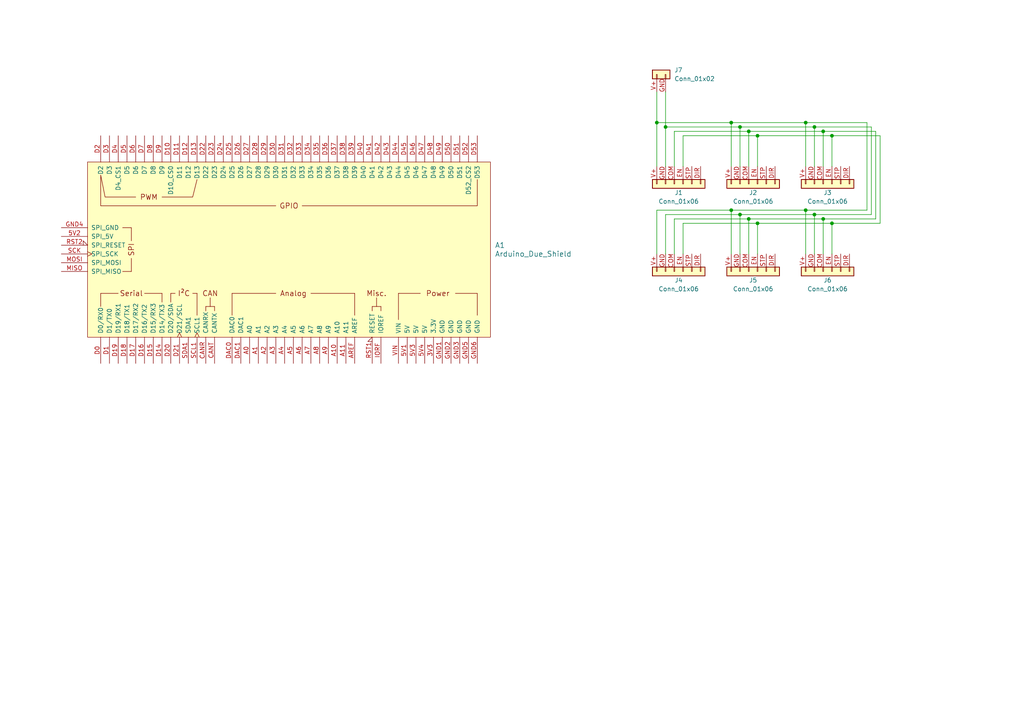
<source format=kicad_sch>
(kicad_sch (version 20230121) (generator eeschema)
  (paper "A4")
  (lib_symbols
    (symbol "Connector_Generic:Conn_01x02" (pin_names (offset 1.016) hide)
      (property "Reference" "J7" (at 1.27 -5.08 90))
      (property "Value" "Conn_01x02" (at -1.27 -5.08 90))
      (symbol "Conn_01x02_1_1"
        (rectangle (start -1.27 -2.413) (end 0 -2.667) (stroke (width 0.1524)))
        (rectangle (start -1.27 0.127) (end 0 -0.127) (stroke (width 0.1524)))
        (rectangle (start -1.27 1.27) (end 1.27 -3.81) (stroke (width 0.254)) (fill (type background)))
        (pin passive line (at -5.08 -2.54 0) (length 3.81) (name "GND") (number "GND"))
        (pin passive line (at -5.08 0 0) (length 3.81) (name "V+") (number "V+"))
      )
    )
    (symbol "Connector_Generic:Conn_01x06" (pin_names (offset 1.016) hide)
      (property "Reference" "J1" (at 2.54 -1.27 90))
      (property "Value" "Conn_01x06" (at 5.08 -1.27 90))
      (symbol "Conn_01x06_1_1"
        (rectangle (start -1.27 -7.493) (end 0 -7.747) (stroke (width 0.1524)))
        (rectangle (start -1.27 -4.953) (end 0 -5.207) (stroke (width 0.1524)))
        (rectangle (start -1.27 -2.413) (end 0 -2.667) (stroke (width 0.1524)))
        (rectangle (start -1.27 0.127) (end 0 -0.127) (stroke (width 0.1524)))
        (rectangle (start -1.27 2.667) (end 0 2.413) (stroke (width 0.1524)))
        (rectangle (start -1.27 5.207) (end 0 4.953) (stroke (width 0.1524)))
        (rectangle (start -1.27 6.35) (end 1.27 -8.89) (stroke (width 0.254)) (fill (type background)))
        (pin passive line (at -5.08 -2.54 0) (length 3.81) (name "COM") (number "COM"))
        (pin passive line (at -5.08 5.08 0) (length 3.81) (name "DIR") (number "DIR"))
        (pin passive line (at -5.08 0 0) (length 3.81) (name "EN") (number "EN"))
        (pin passive line (at -5.08 -5.08 0) (length 3.81) (name "GND") (number "GND"))
        (pin passive line (at -5.08 2.54 0) (length 3.81) (name "STP") (number "STP"))
        (pin passive line (at -5.08 -7.62 0) (length 3.81) (name "V+") (number "V+"))
      )
    )
    (symbol "arduino-library:Arduino_Due_Shield" (pin_names (offset 1.016))
      (property "Reference" "A" (at 0 -62.23 0))
      (property "Value" "Arduino_Due_Shield" (at 0 -66.04 0))
      (symbol "Arduino_Due_Shield_0_0"
        (rectangle (start -25.4 -58.42) (end 25.4 58.42) (fill (type background)))
        (rectangle (start -20.32 -31.75) (end -12.7 -31.75))
        (rectangle (start -19.05 -54.61) (end -12.7 -54.61))
        (rectangle (start -19.05 -19.05) (end -12.7 -19.05))
        (rectangle (start -19.05 16.51) (end -12.7 16.51))
        (rectangle (start -19.05 26.67) (end -12.7 26.67))
        (rectangle (start -17.78 -26.67) (end -16.51 -26.67))
        (rectangle (start -17.78 -24.13) (end -16.51 -24.13))
        (rectangle (start -17.78 21.59) (end -16.51 21.59))
        (rectangle (start -17.78 24.13) (end -16.51 24.13))
        (rectangle (start -16.51 -25.4) (end -13.97 -25.4))
        (rectangle (start -16.51 -24.13) (end -16.51 -26.67))
        (rectangle (start -16.51 22.86) (end -13.97 22.86))
        (rectangle (start -16.51 24.13) (end -16.51 21.59))
        (rectangle (start -16.51 54.61) (end -12.7 54.61))
        (rectangle (start -15.24 34.29) (end -12.7 34.29))
        (rectangle (start -15.24 36.83) (end -12.7 36.83))
        (rectangle (start -12.7 -54.61) (end -12.7 -48.26))
        (rectangle (start -12.7 -31.75) (end -12.7 -38.1))
        (rectangle (start -12.7 -6.35) (end -12.7 -19.05))
        (rectangle (start -12.7 16.51) (end -12.7 3.81))
        (rectangle (start -12.7 26.67) (end -12.7 27.94))
        (rectangle (start -12.7 34.29) (end -12.7 33.02))
        (rectangle (start -12.7 41.91) (end -12.7 36.83))
        (rectangle (start -12.7 49.53) (end -12.7 54.61))
        (rectangle (start -6.35 48.26) (end -6.35 45.72))
        (rectangle (start -2.54 45.72) (end -6.35 45.72))
        (polyline (pts (xy 12.7 -54.61) (xy 20.32 -54.61)))
        (polyline (pts (xy 21.59 54.61) (xy 12.7 54.61)))
        (polyline (pts (xy 15.24 44.45) (xy 15.24 53.34) (xy 21.59 54.61)))
        (polyline (pts (xy 20.32 26.67) (xy 15.24 27.94) (xy 15.24 36.83)))
        (rectangle (start 6.35 45.72) (end 2.54 45.72))
        (rectangle (start 6.35 48.26) (end 6.35 45.72))
        (text "Analog" (at -12.7 -1.27 900) (effects (font (size 1.524 1.524))))
        (text "CAN" (at -12.7 22.86 900) (effects (font (size 1.524 1.524))))
        (text "I²C" (at -12.7 30.48 900) (effects (font (size 1.524 1.524))))
        (text "Misc." (at -12.7 -25.4 900) (effects (font (size 1.524 1.524))))
        (text "Power" (at -12.7 -43.18 900) (effects (font (size 1.524 1.524))))
        (text "PWM" (at 15.24 40.64 900) (effects (font (size 1.524 1.524))))
        (text "Serial" (at -12.7 45.72 900) (effects (font (size 1.524 1.524))))
        (text "SPI" (at 0 45.72 0) (effects (font (size 1.524 1.524))))
      )
      (symbol "Arduino_Due_Shield_1_0"
        (rectangle (start 12.7 -54.61) (end 12.7 -3.81))
        (rectangle (start 12.7 54.61) (end 12.7 3.81))
        (text "GPIO" (at 12.7 0 900) (effects (font (size 1.524 1.524))))
      )
      (symbol "Arduino_Due_Shield_1_1"
        (pin power_out line (at -33.02 -41.91 0) (length 7.62) (name "3.3V") (number "3V3"))
        (pin power_in line (at -33.02 -34.29 0) (length 7.62) (name "5V") (number "5V1"))
        (pin power_in line (at 3.81 66.04 270) (length 7.62) (name "SPI_5V") (number "5V2"))
        (pin power_in line (at -33.02 -36.83 0) (length 7.62) (name "5V") (number "5V3"))
        (pin power_in line (at -33.02 -39.37 0) (length 7.62) (name "5V") (number "5V4"))
        (pin bidirectional line (at -33.02 11.43 0) (length 7.62) (name "A0") (number "A0"))
        (pin bidirectional line (at -33.02 8.89 0) (length 7.62) (name "A1") (number "A1"))
        (pin bidirectional line (at -33.02 -13.97 0) (length 7.62) (name "A10") (number "A10"))
        (pin bidirectional line (at -33.02 -16.51 0) (length 7.62) (name "A11") (number "A11"))
        (pin bidirectional line (at -33.02 6.35 0) (length 7.62) (name "A2") (number "A2"))
        (pin bidirectional line (at -33.02 3.81 0) (length 7.62) (name "A3") (number "A3"))
        (pin bidirectional line (at -33.02 1.27 0) (length 7.62) (name "A4") (number "A4"))
        (pin bidirectional line (at -33.02 -1.27 0) (length 7.62) (name "A5") (number "A5"))
        (pin bidirectional line (at -33.02 -3.81 0) (length 7.62) (name "A6") (number "A6"))
        (pin bidirectional line (at -33.02 -6.35 0) (length 7.62) (name "A7") (number "A7"))
        (pin bidirectional line (at -33.02 -8.89 0) (length 7.62) (name "A8") (number "A8"))
        (pin bidirectional line (at -33.02 -11.43 0) (length 7.62) (name "A9") (number "A9"))
        (pin input line (at -33.02 -19.05 0) (length 7.62) (name "AREF") (number "AREF"))
        (pin bidirectional line (at -33.02 24.13 0) (length 7.62) (name "CANRX") (number "CANR"))
        (pin bidirectional line (at -33.02 21.59 0) (length 7.62) (name "CANTX") (number "CANT"))
        (pin bidirectional line (at -33.02 54.61 0) (length 7.62) (name "D0/RX0") (number "D0"))
        (pin bidirectional line (at -33.02 52.07 0) (length 7.62) (name "D1/TX0") (number "D1"))
        (pin bidirectional line (at 33.02 34.29 180) (length 7.62) (name "D10_CS0") (number "D10"))
        (pin bidirectional line (at 33.02 31.75 180) (length 7.62) (name "D11") (number "D11"))
        (pin bidirectional line (at 33.02 29.21 180) (length 7.62) (name "D12") (number "D12"))
        (pin bidirectional line (at 33.02 26.67 180) (length 7.62) (name "D13") (number "D13"))
        (pin bidirectional line (at -33.02 36.83 0) (length 7.62) (name "D14/TX3") (number "D14"))
        (pin bidirectional line (at -33.02 39.37 0) (length 7.62) (name "D15/RX3") (number "D15"))
        (pin bidirectional line (at -33.02 41.91 0) (length 7.62) (name "D16/TX2") (number "D16"))
        (pin bidirectional line (at -33.02 44.45 0) (length 7.62) (name "D17/RX2") (number "D17"))
        (pin bidirectional line (at -33.02 46.99 0) (length 7.62) (name "D18/TX1") (number "D18"))
        (pin bidirectional line (at -33.02 49.53 0) (length 7.62) (name "D19/RX1") (number "D19"))
        (pin bidirectional line (at 33.02 54.61 180) (length 7.62) (name "D2") (number "D2"))
        (pin bidirectional line (at -33.02 34.29 0) (length 7.62) (name "D20/SDA") (number "D20"))
        (pin bidirectional clock (at -33.02 31.75 0) (length 7.62) (name "D21/SCL") (number "D21"))
        (pin bidirectional line (at 33.02 24.13 180) (length 7.62) (name "D22") (number "D22"))
        (pin bidirectional line (at 33.02 21.59 180) (length 7.62) (name "D23") (number "D23"))
        (pin bidirectional line (at 33.02 19.05 180) (length 7.62) (name "D24") (number "D24"))
        (pin bidirectional line (at 33.02 16.51 180) (length 7.62) (name "D25") (number "D25"))
        (pin bidirectional line (at 33.02 13.97 180) (length 7.62) (name "D26") (number "D26"))
        (pin bidirectional line (at 33.02 11.43 180) (length 7.62) (name "D27") (number "D27"))
        (pin bidirectional line (at 33.02 8.89 180) (length 7.62) (name "D28") (number "D28"))
        (pin bidirectional line (at 33.02 6.35 180) (length 7.62) (name "D29") (number "D29"))
        (pin bidirectional line (at 33.02 52.07 180) (length 7.62) (name "D3") (number "D3"))
        (pin bidirectional line (at 33.02 3.81 180) (length 7.62) (name "D30") (number "D30"))
        (pin bidirectional line (at 33.02 1.27 180) (length 7.62) (name "D31") (number "D31"))
        (pin bidirectional line (at 33.02 -1.27 180) (length 7.62) (name "D32") (number "D32"))
        (pin bidirectional line (at 33.02 -3.81 180) (length 7.62) (name "D33") (number "D33"))
        (pin bidirectional line (at 33.02 -6.35 180) (length 7.62) (name "D34") (number "D34"))
        (pin bidirectional line (at 33.02 -8.89 180) (length 7.62) (name "D35") (number "D35"))
        (pin bidirectional line (at 33.02 -11.43 180) (length 7.62) (name "D36") (number "D36"))
        (pin bidirectional line (at 33.02 -13.97 180) (length 7.62) (name "D37") (number "D37"))
        (pin bidirectional line (at 33.02 -16.51 180) (length 7.62) (name "D38") (number "D38"))
        (pin bidirectional line (at 33.02 -19.05 180) (length 7.62) (name "D39") (number "D39"))
        (pin bidirectional line (at 33.02 49.53 180) (length 7.62) (name "D4_CS1") (number "D4"))
        (pin bidirectional line (at 33.02 -21.59 180) (length 7.62) (name "D40") (number "D40"))
        (pin bidirectional line (at 33.02 -24.13 180) (length 7.62) (name "D41") (number "D41"))
        (pin bidirectional line (at 33.02 -26.67 180) (length 7.62) (name "D42") (number "D42"))
        (pin bidirectional line (at 33.02 -29.21 180) (length 7.62) (name "D43") (number "D43"))
        (pin bidirectional line (at 33.02 -31.75 180) (length 7.62) (name "D44") (number "D44"))
        (pin bidirectional line (at 33.02 -34.29 180) (length 7.62) (name "D45") (number "D45"))
        (pin bidirectional line (at 33.02 -36.83 180) (length 7.62) (name "D46") (number "D46"))
        (pin bidirectional line (at 33.02 -39.37 180) (length 7.62) (name "D47") (number "D47"))
        (pin bidirectional line (at 33.02 -41.91 180) (length 7.62) (name "D48") (number "D48"))
        (pin bidirectional line (at 33.02 -44.45 180) (length 7.62) (name "D49") (number "D49"))
        (pin bidirectional line (at 33.02 46.99 180) (length 7.62) (name "D5") (number "D5"))
        (pin bidirectional line (at 33.02 -46.99 180) (length 7.62) (name "D50") (number "D50"))
        (pin bidirectional line (at 33.02 -49.53 180) (length 7.62) (name "D51") (number "D51"))
        (pin bidirectional line (at 33.02 -52.07 180) (length 7.62) (name "D52_CS2") (number "D52"))
        (pin bidirectional line (at 33.02 -54.61 180) (length 7.62) (name "D53") (number "D53"))
        (pin bidirectional line (at 33.02 44.45 180) (length 7.62) (name "D6") (number "D6"))
        (pin bidirectional line (at 33.02 41.91 180) (length 7.62) (name "D7") (number "D7"))
        (pin bidirectional line (at 33.02 39.37 180) (length 7.62) (name "D8") (number "D8"))
        (pin bidirectional line (at 33.02 36.83 180) (length 7.62) (name "D9") (number "D9"))
        (pin bidirectional line (at -33.02 16.51 0) (length 7.62) (name "DAC0") (number "DAC0"))
        (pin bidirectional line (at -33.02 13.97 0) (length 7.62) (name "DAC1") (number "DAC1"))
        (pin power_in line (at -33.02 -44.45 0) (length 7.62) (name "GND") (number "GND1"))
        (pin power_in line (at -33.02 -46.99 0) (length 7.62) (name "GND") (number "GND2"))
        (pin power_in line (at -33.02 -49.53 0) (length 7.62) (name "GND") (number "GND3"))
        (pin power_in line (at 6.35 66.04 270) (length 7.62) (name "SPI_GND") (number "GND4"))
        (pin power_in line (at -33.02 -52.07 0) (length 7.62) (name "GND") (number "GND5"))
        (pin power_in line (at -33.02 -54.61 0) (length 7.62) (name "GND") (number "GND6"))
        (pin output line (at -33.02 -26.67 0) (length 7.62) (name "IOREF") (number "IORF"))
        (pin input line (at -6.35 66.04 270) (length 7.62) (name "SPI_MISO") (number "MISO"))
        (pin output line (at -3.81 66.04 270) (length 7.62) (name "SPI_MOSI") (number "MOSI"))
        (pin open_collector input_low (at -33.02 -24.13 0) (length 7.62) (name "RESET") (number "RST1"))
        (pin open_collector input_low (at 1.27 66.04 270) (length 7.62) (name "SPI_RESET") (number "RST2"))
        (pin output clock (at -1.27 66.04 270) (length 7.62) (name "SPI_SCK") (number "SCK"))
        (pin bidirectional clock (at -33.02 26.67 0) (length 7.62) (name "SCL1") (number "SCL1"))
        (pin bidirectional line (at -33.02 29.21 0) (length 7.62) (name "SDA1") (number "SDA1"))
        (pin power_in line (at -33.02 -31.75 0) (length 7.62) (name "VIN") (number "VIN"))
      )
    )
  )
  (junction (at 193.04 36.83))
  (junction (at 236.22 36.83))
  (junction (at 212.09 35.56))
  (junction (at 241.3 64.77))
  (junction (at 233.68 60.96))
  (junction (at 219.71 39.37))
  (junction (at 214.63 36.83))
  (junction (at 217.17 38.1))
  (junction (at 233.68 35.56))
  (junction (at 219.71 64.77))
  (junction (at 190.5 35.56))
  (junction (at 241.3 39.37))
  (junction (at 236.22 62.23))
  (junction (at 217.17 63.5))
  (junction (at 212.09 60.96))
  (junction (at 238.76 38.1))
  (junction (at 214.63 62.23))
  (junction (at 238.76 63.5))
  (wire (pts (xy 238.76 63.5) (xy 238.76 73.66)))
  (wire (pts (xy 193.04 36.83) (xy 193.04 48.26)))
  (wire (pts (xy 236.22 62.23) (xy 252.73 62.23)))
  (wire (pts (xy 217.17 63.5) (xy 217.17 73.66)))
  (wire (pts (xy 214.63 62.23) (xy 214.63 73.66)))
  (wire (pts (xy 241.3 39.37) (xy 255.27 39.37)))
  (wire (pts (xy 254 63.5) (xy 238.76 63.5)))
  (wire (pts (xy 217.17 63.5) (xy 195.58 63.5)))
  (wire (pts (xy 236.22 36.83) (xy 236.22 48.26)))
  (wire (pts (xy 233.68 60.96) (xy 212.09 60.96)))
  (wire (pts (xy 214.63 62.23) (xy 236.22 62.23)))
  (wire (pts (xy 241.3 64.77) (xy 219.71 64.77)))
  (wire (pts (xy 195.58 38.1) (xy 217.17 38.1)))
  (wire (pts (xy 255.27 39.37) (xy 255.27 64.77)))
  (wire (pts (xy 251.46 35.56) (xy 251.46 60.96)))
  (wire (pts (xy 238.76 63.5) (xy 217.17 63.5)))
  (wire (pts (xy 214.63 36.83) (xy 193.04 36.83)))
  (wire (pts (xy 236.22 62.23) (xy 236.22 73.66)))
  (wire (pts (xy 193.04 26.67) (xy 193.04 36.83)))
  (wire (pts (xy 252.73 36.83) (xy 236.22 36.83)))
  (wire (pts (xy 214.63 36.83) (xy 214.63 48.26)))
  (wire (pts (xy 212.09 35.56) (xy 212.09 48.26)))
  (wire (pts (xy 241.3 64.77) (xy 241.3 73.66)))
  (wire (pts (xy 251.46 60.96) (xy 233.68 60.96)))
  (wire (pts (xy 233.68 35.56) (xy 212.09 35.56)))
  (wire (pts (xy 233.68 73.66) (xy 233.68 60.96)))
  (wire (pts (xy 195.58 63.5) (xy 195.58 73.66)))
  (wire (pts (xy 190.5 35.56) (xy 212.09 35.56)))
  (wire (pts (xy 190.5 26.67) (xy 190.5 35.56)))
  (wire (pts (xy 190.5 48.26) (xy 190.5 35.56)))
  (wire (pts (xy 217.17 38.1) (xy 217.17 48.26)))
  (wire (pts (xy 255.27 64.77) (xy 241.3 64.77)))
  (wire (pts (xy 193.04 62.23) (xy 214.63 62.23)))
  (wire (pts (xy 238.76 38.1) (xy 254 38.1)))
  (wire (pts (xy 219.71 39.37) (xy 219.71 48.26)))
  (wire (pts (xy 236.22 36.83) (xy 214.63 36.83)))
  (wire (pts (xy 190.5 60.96) (xy 212.09 60.96)))
  (wire (pts (xy 233.68 35.56) (xy 251.46 35.56)))
  (wire (pts (xy 198.12 64.77) (xy 198.12 73.66)))
  (wire (pts (xy 198.12 48.26) (xy 198.12 39.37)))
  (wire (pts (xy 219.71 64.77) (xy 219.71 73.66)))
  (wire (pts (xy 219.71 39.37) (xy 241.3 39.37)))
  (wire (pts (xy 190.5 73.66) (xy 190.5 60.96)))
  (wire (pts (xy 195.58 48.26) (xy 195.58 38.1)))
  (wire (pts (xy 212.09 60.96) (xy 212.09 73.66)))
  (wire (pts (xy 219.71 64.77) (xy 198.12 64.77)))
  (wire (pts (xy 217.17 38.1) (xy 238.76 38.1)))
  (wire (pts (xy 241.3 39.37) (xy 241.3 48.26)))
  (wire (pts (xy 254 38.1) (xy 254 63.5)))
  (wire (pts (xy 198.12 39.37) (xy 219.71 39.37)))
  (wire (pts (xy 238.76 38.1) (xy 238.76 48.26)))
  (wire (pts (xy 193.04 73.66) (xy 193.04 62.23)))
  (wire (pts (xy 252.73 62.23) (xy 252.73 36.83)))
  (wire (pts (xy 233.68 48.26) (xy 233.68 35.56)))
  (symbol (lib_id "Connector_Generic:Conn_01x06") (at 241.3 78.74 270) (unit 1)
    (property "Reference" "J6" (at 240.03 81.28 90))
    (property "Value" "Conn_01x06" (at 240.03 83.82 90))
  )
  (symbol (lib_id "Connector_Generic:Conn_01x02") (at 190.5 21.59 90) (unit 1)
    (property "Reference" "J7" (at 195.58 20.32 90) (effects (justify right)))
    (property "Value" "Conn_01x02" (at 195.58 22.86 90) (effects (justify right)))
  )
  (symbol (lib_id "Connector_Generic:Conn_01x06") (at 241.3 53.34 270) (unit 1)
    (property "Reference" "J3" (at 240.03 55.88 90))
    (property "Value" "Conn_01x06" (at 240.03 58.42 90))
  )
  (symbol (lib_id "Connector_Generic:Conn_01x06") (at 219.71 53.34 270) (unit 1)
    (property "Reference" "J2" (at 218.44 55.88 90))
    (property "Value" "Conn_01x06" (at 218.44 58.42 90))
  )
  (symbol (lib_id "arduino-library:Arduino_Due_Shield") (at 83.82 72.39 90) (unit 1)
    (property "Reference" "A1" (at 143.51 71.12 90) (effects (font (size 1.524 1.524)) (justify right)))
    (property "Value" "Arduino_Due_Shield" (at 143.51 73.66 90) (effects (font (size 1.524 1.524)) (justify right)))
    (property "Footprint" "PCM_arduino-library:Arduino_Due_Shield" (effects hide))
    (property "Datasheet" "https://docs.arduino.cc/hardware/due" (effects hide))
  )
  (symbol (lib_id "Connector_Generic:Conn_01x06") (at 198.12 78.74 270) (unit 1)
    (property "Reference" "J4" (at 196.85 81.28 90))
    (property "Value" "Conn_01x06" (at 196.85 83.82 90))
  )
  (symbol (lib_id "Connector_Generic:Conn_01x06") (at 198.12 53.34 270) (unit 1)
    (property "Reference" "J1" (at 196.85 55.88 90))
    (property "Value" "Conn_01x06" (at 196.85 58.42 90))
  )
  (symbol (lib_id "Connector_Generic:Conn_01x06") (at 219.71 78.74 270) (unit 1)
    (property "Reference" "J5" (at 218.44 81.28 90))
    (property "Value" "Conn_01x06" (at 218.44 83.82 90))
  )
)
</source>
